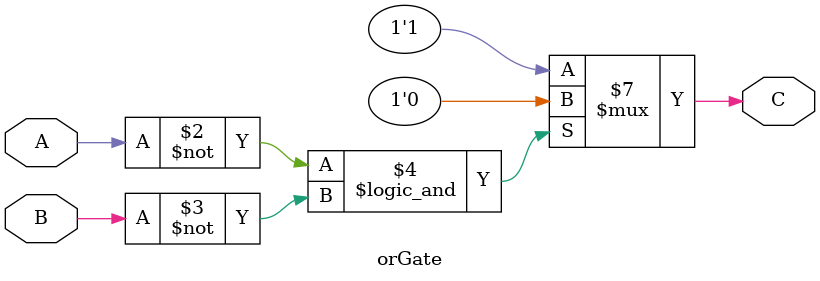
<source format=v>
module orGate(A, B, C);

	input A;
	input B;

	output reg C;

	initial
	begin
		C = 0;
	end

	always@(A or B)
	begin

		if(A == 0 && B == 0) begin	
			C = 0;
		end

		else begin
			C = 1;
		end
			
	end

endmodule

</source>
